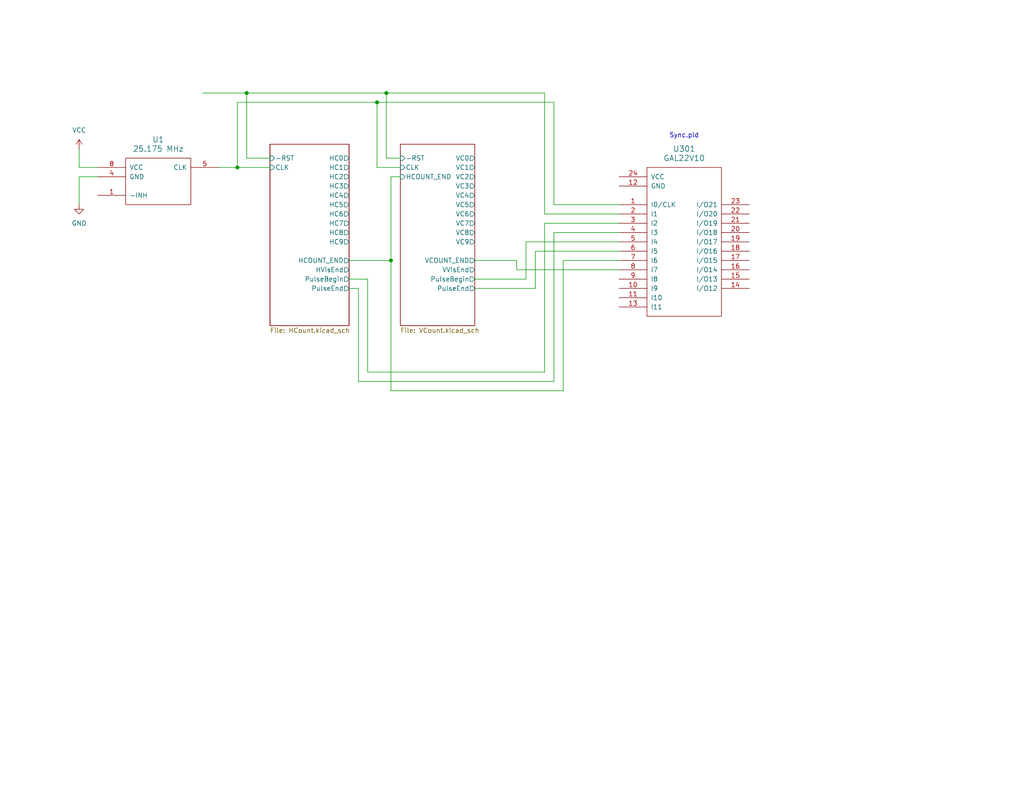
<source format=kicad_sch>
(kicad_sch (version 20231120) (generator "eeschema") (generator_version "8.0")
  (paper "USLetter")
  (title_block (title "Hardware VGA") (company "daveho hacks"))
  (lib_symbols
    (symbol "power:GND" (power) (pin_names (offset 0))
      (property "Value" "GND" (at 0 -3.81 0))
      (symbol "GND_0_1"
        (polyline (pts (xy 0 0) (xy 0 -1.27) (xy 1.27 -1.27) (xy 0 -2.54) (xy -1.27 -1.27) (xy 0 -1.27)))
      )
      (symbol "GND_1_1"
        (pin power_in line (at 0 0 270) (length 0) hide (name "GND") (number "1"))
      )
    )
    (symbol "power:VCC" (power) (pin_names (offset 0))
      (property "Value" "VCC" (at 0 3.81 0))
      (symbol "VCC_0_1"
        (polyline (pts (xy -0.762 1.27) (xy 0 2.54)))
        (polyline (pts (xy 0 0) (xy 0 2.54)))
        (polyline (pts (xy 0 2.54) (xy 0.762 1.27)))
      )
      (symbol "VCC_1_1"
        (pin power_in line (at 0 0 90) (length 0) hide (name "VCC") (number "1"))
      )
    )
    (symbol "ya68k:GAL22V10" (pin_names (offset 1.016))
      (property "Reference" "U" (at -1.27 20.32 0))
      (property "Value" "GAL22V10" (at 0 -24.13 0))
      (symbol "GAL22V10_0_1"
        (rectangle (start -10.16 19.05) (end 10.16 -21.59))
      )
      (symbol "GAL22V10_1_1"
        (pin input line (at -17.78 8.89 0) (length 7.62) (name "I0/CLK") (number "1"))
        (pin input line (at -17.78 -13.97 0) (length 7.62) (name "I9") (number "10"))
        (pin input line (at -17.78 -16.51 0) (length 7.62) (name "I10") (number "11"))
        (pin power_in line (at -17.78 13.97 0) (length 7.62) (name "GND") (number "12"))
        (pin input line (at -17.78 -19.05 0) (length 7.62) (name "I11") (number "13"))
        (pin bidirectional line (at 17.78 -13.97 180) (length 7.62) (name "I/O12") (number "14"))
        (pin bidirectional line (at 17.78 -11.43 180) (length 7.62) (name "I/O13") (number "15"))
        (pin bidirectional line (at 17.78 -8.89 180) (length 7.62) (name "I/O14") (number "16"))
        (pin bidirectional line (at 17.78 -6.35 180) (length 7.62) (name "I/O15") (number "17"))
        (pin bidirectional line (at 17.78 -3.81 180) (length 7.62) (name "I/O16") (number "18"))
        (pin bidirectional line (at 17.78 -1.27 180) (length 7.62) (name "I/O17") (number "19"))
        (pin input line (at -17.78 6.35 0) (length 7.62) (name "I1") (number "2"))
        (pin bidirectional line (at 17.78 1.27 180) (length 7.62) (name "I/O18") (number "20"))
        (pin bidirectional line (at 17.78 3.81 180) (length 7.62) (name "I/O19") (number "21"))
        (pin bidirectional line (at 17.78 6.35 180) (length 7.62) (name "I/O20") (number "22"))
        (pin bidirectional line (at 17.78 8.89 180) (length 7.62) (name "I/O21") (number "23"))
        (pin power_in line (at -17.78 16.51 0) (length 7.62) (name "VCC") (number "24"))
        (pin input line (at -17.78 3.81 0) (length 7.62) (name "I2") (number "3"))
        (pin input line (at -17.78 1.27 0) (length 7.62) (name "I3") (number "4"))
        (pin input line (at -17.78 -1.27 0) (length 7.62) (name "I4") (number "5"))
        (pin input line (at -17.78 -3.81 0) (length 7.62) (name "I5") (number "6"))
        (pin input line (at -17.78 -6.35 0) (length 7.62) (name "I6") (number "7"))
        (pin input line (at -17.78 -8.89 0) (length 7.62) (name "I7") (number "8"))
        (pin input line (at -17.78 -11.43 0) (length 7.62) (name "I8") (number "9"))
      )
    )
    (symbol "ya68k:XTAL_OSC_HALF_CAN" (pin_names (offset 1.016))
      (property "Reference" "U" (at 0 7.62 0))
      (property "Value" "XTAL_OSC_HALF_CAN" (at 0 -7.62 0))
      (symbol "XTAL_OSC_HALF_CAN_0_1"
        (rectangle (start -8.89 6.35) (end 8.89 -6.35))
      )
      (symbol "XTAL_OSC_HALF_CAN_1_1"
        (pin input line (at -16.51 -3.81 0) (length 7.62) (name "-INH") (number "1"))
        (pin input line (at -16.51 1.27 0) (length 7.62) (name "GND") (number "4"))
        (pin input line (at 16.51 3.81 180) (length 7.62) (name "CLK") (number "5"))
        (pin input line (at -16.51 3.81 0) (length 7.62) (name "VCC") (number "8"))
      )
    )
  )
  (junction (at 64.77 45.72))
  (junction (at 67.31 25.4))
  (junction (at 105.41 25.4))
  (junction (at 102.87 27.94))
  (junction (at 106.68 71.12))
  (wire (pts (xy 67.31 25.4) (xy 105.41 25.4)))
  (wire (pts (xy 21.59 48.26) (xy 21.59 55.88)))
  (wire (pts (xy 148.59 25.4) (xy 148.59 58.42)))
  (wire (pts (xy 73.66 43.18) (xy 67.31 43.18)))
  (wire (pts (xy 100.33 101.6) (xy 148.59 101.6)))
  (wire (pts (xy 105.41 25.4) (xy 105.41 43.18)))
  (wire (pts (xy 95.25 71.12) (xy 106.68 71.12)))
  (wire (pts (xy 129.54 76.2) (xy 143.51 76.2)))
  (wire (pts (xy 100.33 76.2) (xy 100.33 101.6)))
  (wire (pts (xy 26.67 48.26) (xy 21.59 48.26)))
  (wire (pts (xy 55.245 25.4) (xy 67.31 25.4)))
  (wire (pts (xy 26.67 45.72) (xy 21.59 45.72)))
  (wire (pts (xy 106.68 71.12) (xy 106.68 48.26)))
  (wire (pts (xy 106.68 48.26) (xy 109.22 48.26)))
  (wire (pts (xy 148.59 101.6) (xy 148.59 60.96)))
  (wire (pts (xy 151.13 55.88) (xy 168.91 55.88)))
  (wire (pts (xy 168.91 73.66) (xy 140.97 73.66)))
  (wire (pts (xy 67.31 43.18) (xy 67.31 25.4)))
  (wire (pts (xy 148.59 58.42) (xy 168.91 58.42)))
  (wire (pts (xy 151.13 27.94) (xy 151.13 55.88)))
  (wire (pts (xy 140.97 71.12) (xy 129.54 71.12)))
  (wire (pts (xy 109.22 43.18) (xy 105.41 43.18)))
  (wire (pts (xy 151.13 104.14) (xy 151.13 63.5)))
  (wire (pts (xy 21.59 40.64) (xy 21.59 45.72)))
  (wire (pts (xy 143.51 66.04) (xy 168.91 66.04)))
  (wire (pts (xy 146.05 68.58) (xy 168.91 68.58)))
  (wire (pts (xy 64.77 45.72) (xy 73.66 45.72)))
  (wire (pts (xy 97.79 104.14) (xy 151.13 104.14)))
  (wire (pts (xy 64.77 27.94) (xy 64.77 45.72)))
  (wire (pts (xy 106.68 71.12) (xy 106.68 106.68)))
  (wire (pts (xy 105.41 25.4) (xy 148.59 25.4)))
  (wire (pts (xy 109.22 45.72) (xy 102.87 45.72)))
  (wire (pts (xy 102.87 27.94) (xy 102.87 45.72)))
  (wire (pts (xy 151.13 63.5) (xy 168.91 63.5)))
  (wire (pts (xy 106.68 106.68) (xy 153.67 106.68)))
  (wire (pts (xy 143.51 66.04) (xy 143.51 76.2)))
  (wire (pts (xy 151.13 27.94) (xy 102.87 27.94)))
  (wire (pts (xy 95.25 76.2) (xy 100.33 76.2)))
  (wire (pts (xy 140.97 73.66) (xy 140.97 71.12)))
  (wire (pts (xy 146.05 78.74) (xy 146.05 68.58)))
  (wire (pts (xy 129.54 78.74) (xy 146.05 78.74)))
  (wire (pts (xy 95.25 78.74) (xy 97.79 78.74)))
  (wire (pts (xy 148.59 60.96) (xy 168.91 60.96)))
  (wire (pts (xy 64.77 27.94) (xy 102.87 27.94)))
  (wire (pts (xy 97.79 78.74) (xy 97.79 104.14)))
  (wire (pts (xy 59.69 45.72) (xy 64.77 45.72)))
  (wire (pts (xy 168.91 71.12) (xy 153.67 71.12)))
  (wire (pts (xy 153.67 71.12) (xy 153.67 106.68)))
  (text "Sync.pld" (at 186.69 37.084 0) (effects (font (size 1.27 1.27))))
  (symbol (lib_id "power:GND") (at 21.59 55.88 0) (unit 1)
    (property "Reference" "#PWR02" (effects (hide yes)))
    (property "Value" "GND" (at 21.59 60.96 0))
  )
  (symbol (lib_id "ya68k:XTAL_OSC_HALF_CAN") (at 43.18 49.53 0) (unit 1)
    (property "Reference" "U1" (at 43.18 38.1 0) (effects (font (size 1.524 1.524))))
    (property "Value" "25.175 MHz" (at 43.18 40.64 0) (effects (font (size 1.524 1.524))))
  )
  (symbol (lib_id "power:VCC") (at 21.59 40.64 0) (unit 1)
    (property "Reference" "#PWR01" (effects (hide yes)))
    (property "Value" "VCC" (at 21.59 35.56 0))
  )
  (symbol (lib_id "ya68k:GAL22V10") (at 186.69 64.77 0) (unit 1)
    (property "Reference" "U301" (at 186.69 40.64 0) (effects (font (size 1.524 1.524))))
    (property "Value" "GAL22V10" (at 186.69 43.18 0) (effects (font (size 1.524 1.524))))
  )
  (sheet (at 73.66 39.37) (size 21.59 49.53) (stroke (width 0.1524))
    (property "Sheetname" "HCount" (effects (hide yes)))
    (property "Sheetfile" "HCount.kicad_sch" (at 73.66 89.4846 0) (effects (justify left top)))
    (pin "CLK" input (at 73.66 45.72 180))
    (pin "HC0" output (at 95.25 43.18 0))
    (pin "HC1" output (at 95.25 45.72 0))
    (pin "HC4" output (at 95.25 53.34 0))
    (pin "HC3" output (at 95.25 50.8 0))
    (pin "HC2" output (at 95.25 48.26 0))
    (pin "HC5" output (at 95.25 55.88 0))
    (pin "HC7" output (at 95.25 60.96 0))
    (pin "HC6" output (at 95.25 58.42 0))
    (pin "HC8" output (at 95.25 63.5 0))
    (pin "HC9" output (at 95.25 66.04 0))
    (pin "-RST" input (at 73.66 43.18 180))
    (pin "HCOUNT_END" output (at 95.25 71.12 0))
    (pin "HVisEnd" output (at 95.25 73.66 0))
    (pin "PulseBegin" output (at 95.25 76.2 0))
    (pin "PulseEnd" output (at 95.25 78.74 0))
  )
  (sheet (at 109.22 39.37) (size 20.32 49.53) (stroke (width 0.1524))
    (property "Sheetname" "VCount" (effects (hide yes)))
    (property "Sheetfile" "VCount.kicad_sch" (at 109.22 89.4846 0) (effects (justify left top)))
    (pin "HCOUNT_END" input (at 109.22 48.26 180))
    (pin "PulseEnd" output (at 129.54 78.74 0))
    (pin "PulseBegin" output (at 129.54 76.2 0))
    (pin "VVisEnd" output (at 129.54 73.66 0))
    (pin "VCOUNT_END" output (at 129.54 71.12 0))
    (pin "VC4" output (at 129.54 53.34 0))
    (pin "VC2" output (at 129.54 48.26 0))
    (pin "VC0" output (at 129.54 43.18 0))
    (pin "VC1" output (at 129.54 45.72 0))
    (pin "VC3" output (at 129.54 50.8 0))
    (pin "VC5" output (at 129.54 55.88 0))
    (pin "VC7" output (at 129.54 60.96 0))
    (pin "VC9" output (at 129.54 66.04 0))
    (pin "VC8" output (at 129.54 63.5 0))
    (pin "VC6" output (at 129.54 58.42 0))
    (pin "-RST" input (at 109.22 43.18 180))
    (pin "CLK" input (at 109.22 45.72 180))
  )
)
</source>
